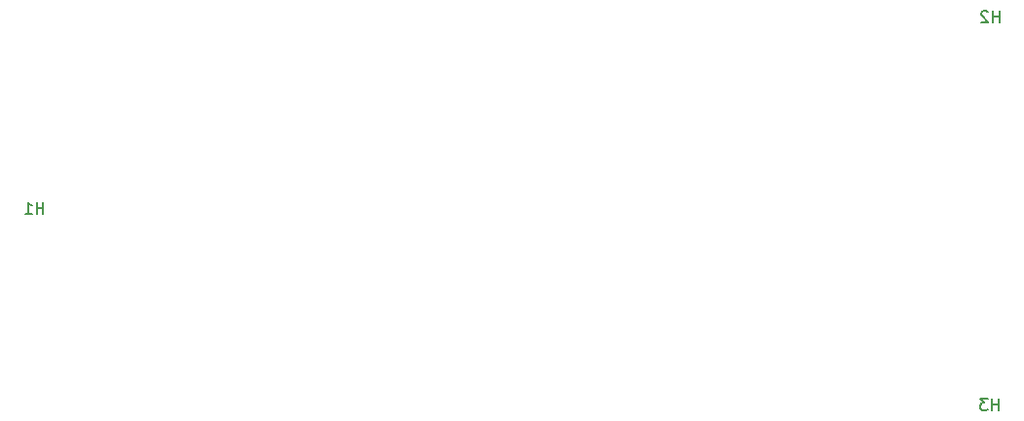
<source format=gbr>
%TF.GenerationSoftware,KiCad,Pcbnew,9.0.3*%
%TF.CreationDate,2025-07-31T20:43:01+07:00*%
%TF.ProjectId,DIY Gamepad,44495920-4761-46d6-9570-61642e6b6963,rev?*%
%TF.SameCoordinates,Original*%
%TF.FileFunction,Legend,Bot*%
%TF.FilePolarity,Positive*%
%FSLAX46Y46*%
G04 Gerber Fmt 4.6, Leading zero omitted, Abs format (unit mm)*
G04 Created by KiCad (PCBNEW 9.0.3) date 2025-07-31 20:43:01*
%MOMM*%
%LPD*%
G01*
G04 APERTURE LIST*
%ADD10C,0.150000*%
G04 APERTURE END LIST*
D10*
X106741877Y-98905119D02*
X106741877Y-97905119D01*
X106741877Y-98381309D02*
X106170449Y-98381309D01*
X106170449Y-98905119D02*
X106170449Y-97905119D01*
X105170449Y-98905119D02*
X105741877Y-98905119D01*
X105456163Y-98905119D02*
X105456163Y-97905119D01*
X105456163Y-97905119D02*
X105551401Y-98047976D01*
X105551401Y-98047976D02*
X105646639Y-98143214D01*
X105646639Y-98143214D02*
X105741877Y-98190833D01*
X189810627Y-82255119D02*
X189810627Y-81255119D01*
X189810627Y-81731309D02*
X189239199Y-81731309D01*
X189239199Y-82255119D02*
X189239199Y-81255119D01*
X188810627Y-81350357D02*
X188763008Y-81302738D01*
X188763008Y-81302738D02*
X188667770Y-81255119D01*
X188667770Y-81255119D02*
X188429675Y-81255119D01*
X188429675Y-81255119D02*
X188334437Y-81302738D01*
X188334437Y-81302738D02*
X188286818Y-81350357D01*
X188286818Y-81350357D02*
X188239199Y-81445595D01*
X188239199Y-81445595D02*
X188239199Y-81540833D01*
X188239199Y-81540833D02*
X188286818Y-81683690D01*
X188286818Y-81683690D02*
X188858246Y-82255119D01*
X188858246Y-82255119D02*
X188239199Y-82255119D01*
X189741877Y-116005119D02*
X189741877Y-115005119D01*
X189741877Y-115481309D02*
X189170449Y-115481309D01*
X189170449Y-116005119D02*
X189170449Y-115005119D01*
X188789496Y-115005119D02*
X188170449Y-115005119D01*
X188170449Y-115005119D02*
X188503782Y-115386071D01*
X188503782Y-115386071D02*
X188360925Y-115386071D01*
X188360925Y-115386071D02*
X188265687Y-115433690D01*
X188265687Y-115433690D02*
X188218068Y-115481309D01*
X188218068Y-115481309D02*
X188170449Y-115576547D01*
X188170449Y-115576547D02*
X188170449Y-115814642D01*
X188170449Y-115814642D02*
X188218068Y-115909880D01*
X188218068Y-115909880D02*
X188265687Y-115957500D01*
X188265687Y-115957500D02*
X188360925Y-116005119D01*
X188360925Y-116005119D02*
X188646639Y-116005119D01*
X188646639Y-116005119D02*
X188741877Y-115957500D01*
X188741877Y-115957500D02*
X188789496Y-115909880D01*
M02*

</source>
